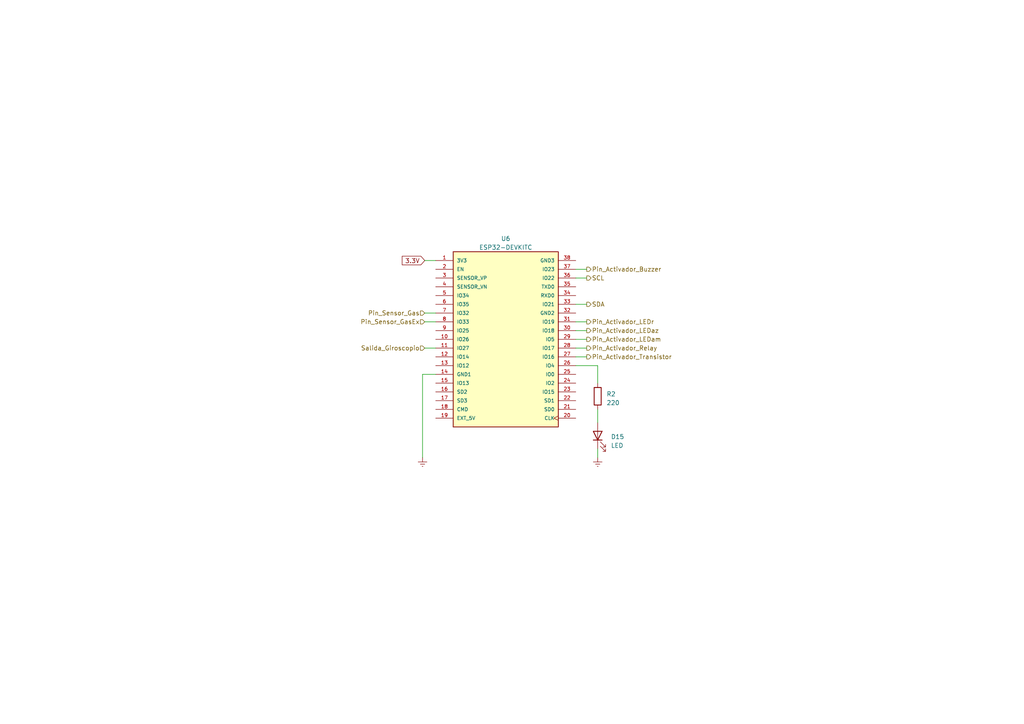
<source format=kicad_sch>
(kicad_sch (version 20230121) (generator eeschema)
  (paper "A4")
  (lib_symbols
    (symbol "Device:LED" (pin_numbers hide) (pin_names (offset 1.016) hide)
      (property "Reference" "D" (at 0 2.54 0))
      (property "Value" "LED" (at 0 -2.54 0))
      (symbol "LED_0_1"
        (polyline (pts (xy -1.27 -1.27) (xy -1.27 1.27)) (stroke (width 0.254)))
        (polyline (pts (xy -1.27 0) (xy 1.27 0)))
        (polyline (pts (xy 1.27 -1.27) (xy 1.27 1.27) (xy -1.27 0) (xy 1.27 -1.27)) (stroke (width 0.254)))
        (polyline (pts (xy -3.048 -0.762) (xy -4.572 -2.286) (xy -3.81 -2.286) (xy -4.572 -2.286) (xy -4.572 -1.524)))
        (polyline (pts (xy -1.778 -0.762) (xy -3.302 -2.286) (xy -2.54 -2.286) (xy -3.302 -2.286) (xy -3.302 -1.524)))
      )
      (symbol "LED_1_1"
        (pin passive line (at -3.81 0 0) (length 2.54) (name "K") (number "1"))
        (pin passive line (at 3.81 0 180) (length 2.54) (name "A") (number "2"))
      )
    )
    (symbol "Device:R" (pin_numbers hide) (pin_names (offset 0))
      (property "Reference" "R" (at 2.032 0 90))
      (property "Value" "R" (at 0 0 90))
      (symbol "R_0_1"
        (rectangle (start -1.016 -2.54) (end 1.016 2.54) (stroke (width 0.254)))
      )
      (symbol "R_1_1"
        (pin passive line (at 0 3.81 270) (length 1.27) (name "~") (number "1"))
        (pin passive line (at 0 -3.81 90) (length 1.27) (name "~") (number "2"))
      )
    )
    (symbol "ESP32-DEVKITC:ESP32-DEVKITC" (pin_names (offset 1.016))
      (property "Reference" "U" (at -15.2572 26.0643 0))
      (property "Value" "ESP32-DEVKITC" (at -15.2563 -27.9698 0))
      (symbol "ESP32-DEVKITC_0_0"
        (rectangle (start -15.24 -25.4) (end 15.24 25.4) (stroke (width 0.254)) (fill (type background)))
        (pin power_in line (at -20.32 22.86 0) (length 5.08) (name "3V3") (number "1"))
        (pin bidirectional line (at -20.32 0 0) (length 5.08) (name "IO26") (number "10"))
        (pin bidirectional line (at -20.32 -2.54 0) (length 5.08) (name "IO27") (number "11"))
        (pin bidirectional line (at -20.32 -5.08 0) (length 5.08) (name "IO14") (number "12"))
        (pin bidirectional line (at -20.32 -7.62 0) (length 5.08) (name "IO12") (number "13"))
        (pin power_in line (at -20.32 -10.16 0) (length 5.08) (name "GND1") (number "14"))
        (pin bidirectional line (at -20.32 -12.7 0) (length 5.08) (name "IO13") (number "15"))
        (pin bidirectional line (at -20.32 -15.24 0) (length 5.08) (name "SD2") (number "16"))
        (pin bidirectional line (at -20.32 -17.78 0) (length 5.08) (name "SD3") (number "17"))
        (pin bidirectional line (at -20.32 -20.32 0) (length 5.08) (name "CMD") (number "18"))
        (pin power_in line (at -20.32 -22.86 0) (length 5.08) (name "EXT_5V") (number "19"))
        (pin input line (at -20.32 20.32 0) (length 5.08) (name "EN") (number "2"))
        (pin input clock (at 20.32 -22.86 180) (length 5.08) (name "CLK") (number "20"))
        (pin bidirectional line (at 20.32 -20.32 180) (length 5.08) (name "SD0") (number "21"))
        (pin bidirectional line (at 20.32 -17.78 180) (length 5.08) (name "SD1") (number "22"))
        (pin bidirectional line (at 20.32 -15.24 180) (length 5.08) (name "IO15") (number "23"))
        (pin bidirectional line (at 20.32 -12.7 180) (length 5.08) (name "IO2") (number "24"))
        (pin bidirectional line (at 20.32 -10.16 180) (length 5.08) (name "IO0") (number "25"))
        (pin bidirectional line (at 20.32 -7.62 180) (length 5.08) (name "IO4") (number "26"))
        (pin bidirectional line (at 20.32 -5.08 180) (length 5.08) (name "IO16") (number "27"))
        (pin bidirectional line (at 20.32 -2.54 180) (length 5.08) (name "IO17") (number "28"))
        (pin bidirectional line (at 20.32 0 180) (length 5.08) (name "IO5") (number "29"))
        (pin input line (at -20.32 17.78 0) (length 5.08) (name "SENSOR_VP") (number "3"))
        (pin bidirectional line (at 20.32 2.54 180) (length 5.08) (name "IO18") (number "30"))
        (pin bidirectional line (at 20.32 5.08 180) (length 5.08) (name "IO19") (number "31"))
        (pin power_in line (at 20.32 7.62 180) (length 5.08) (name "GND2") (number "32"))
        (pin bidirectional line (at 20.32 10.16 180) (length 5.08) (name "IO21") (number "33"))
        (pin input line (at 20.32 12.7 180) (length 5.08) (name "RXD0") (number "34"))
        (pin output line (at 20.32 15.24 180) (length 5.08) (name "TXD0") (number "35"))
        (pin bidirectional line (at 20.32 17.78 180) (length 5.08) (name "IO22") (number "36"))
        (pin bidirectional line (at 20.32 20.32 180) (length 5.08) (name "IO23") (number "37"))
        (pin power_in line (at 20.32 22.86 180) (length 5.08) (name "GND3") (number "38"))
        (pin input line (at -20.32 15.24 0) (length 5.08) (name "SENSOR_VN") (number "4"))
        (pin bidirectional line (at -20.32 12.7 0) (length 5.08) (name "IO34") (number "5"))
        (pin bidirectional line (at -20.32 10.16 0) (length 5.08) (name "IO35") (number "6"))
        (pin bidirectional line (at -20.32 7.62 0) (length 5.08) (name "IO32") (number "7"))
        (pin bidirectional line (at -20.32 5.08 0) (length 5.08) (name "IO33") (number "8"))
        (pin bidirectional line (at -20.32 2.54 0) (length 5.08) (name "IO25") (number "9"))
      )
    )
    (symbol "power:Earth" (power) (pin_names (offset 0))
      (symbol "Earth_0_1"
        (polyline (pts (xy -0.635 -1.905) (xy 0.635 -1.905)))
        (polyline (pts (xy -0.127 -2.54) (xy 0.127 -2.54)))
        (polyline (pts (xy 0 -1.27) (xy 0 0)))
        (polyline (pts (xy 1.27 -1.27) (xy -1.27 -1.27)))
      )
      (symbol "Earth_1_1"
        (pin power_in line (at 0 0 270) (length 0) hide (name "Earth") (number "1"))
      )
    )
  )
  (wire (pts (xy 167.005 95.885) (xy 170.18 95.885)))
  (wire (pts (xy 167.005 80.645) (xy 170.18 80.645)))
  (wire (pts (xy 167.005 106.045) (xy 173.355 106.045)))
  (wire (pts (xy 123.19 100.965) (xy 126.365 100.965)))
  (wire (pts (xy 167.005 98.425) (xy 170.18 98.425)))
  (wire (pts (xy 167.005 88.265) (xy 170.18 88.265)))
  (wire (pts (xy 167.005 103.505) (xy 170.18 103.505)))
  (wire (pts (xy 173.355 106.045) (xy 173.355 111.125)))
  (wire (pts (xy 173.355 130.175) (xy 173.355 132.715)))
  (wire (pts (xy 122.555 108.585) (xy 122.555 132.715)))
  (wire (pts (xy 123.19 75.565) (xy 126.365 75.565)))
  (wire (pts (xy 123.19 90.805) (xy 126.365 90.805)))
  (wire (pts (xy 167.005 93.345) (xy 170.18 93.345)))
  (wire (pts (xy 167.005 78.105) (xy 170.18 78.105)))
  (wire (pts (xy 123.19 93.345) (xy 126.365 93.345)))
  (wire (pts (xy 173.355 118.745) (xy 173.355 122.555)))
  (wire (pts (xy 167.005 100.965) (xy 170.18 100.965)))
  (wire (pts (xy 126.365 108.585) (xy 122.555 108.585)))
  (global_label "3.3V" (shape input) (at 123.19 75.565 180) (property "Intersheetrefs" "${INTERSHEET_REFS}" (effects hide)))
  (hierarchical_label "Pin_Sensor_GasEx" (shape input) (at 123.19 93.345 180))
  (hierarchical_label "Pin_Activador_Buzzer" (shape output) (at 170.18 78.105 0))
  (hierarchical_label "Pin_Activador_LEDr" (shape output) (at 170.18 93.345 0))
  (hierarchical_label "Pin_Activador_LEDam" (shape output) (at 170.18 98.425 0))
  (hierarchical_label "Salida_Giroscopio" (shape input) (at 123.19 100.965 180))
  (hierarchical_label "Pin_Activador_LEDaz" (shape output) (at 170.18 95.885 0))
  (hierarchical_label "Pin_Activador_Relay" (shape output) (at 170.18 100.965 0))
  (hierarchical_label "SCL" (shape output) (at 170.18 80.645 0))
  (hierarchical_label "SDA" (shape output) (at 170.18 88.265 0))
  (hierarchical_label "Pin_Sensor_Gas" (shape input) (at 123.19 90.805 180))
  (hierarchical_label "Pin_Activador_Transistor" (shape output) (at 170.18 103.505 0))
  (symbol (lib_id "ESP32-DEVKITC:ESP32-DEVKITC") (at 146.685 98.425 0) (unit 1)
    (property "Reference" "U6" (at 146.685 69.215 0))
    (property "Value" "ESP32-DEVKITC" (at 146.685 71.755 0))
    (property "Footprint" "ESP32-DEVKITC:MODULE_ESP32-DEVKITC" (effects hide))
    (property "PARTREV" "N/A" (effects hide))
    (property "STANDARD" "Manufacturer Recommendations" (effects hide))
    (property "MANUFACTURER" "ESPRESSIF" (effects hide))
  )
  (symbol (lib_id "power:Earth") (at 122.555 132.715 0) (unit 1)
    (property "Reference" "#PWR03" (effects hide))
    (property "Value" "Earth" (effects hide))
    (instances (project "KISS_V2" (path "" (reference "#PWR03") (unit 1)) (path "" (reference "#PWR011") (unit 1))))
  )
  (symbol (lib_id "power:Earth") (at 173.355 132.715 0) (unit 1)
    (property "Reference" "#PWR03" (effects hide))
    (property "Value" "Earth" (effects hide))
    (instances (project "KISS_V2" (path "" (reference "#PWR03") (unit 1)) (path "" (reference "#PWR010") (unit 1))))
  )
  (symbol (lib_id "Device:LED") (at 173.355 126.365 90) (unit 1)
    (property "Reference" "D15" (at 177.165 126.6824 90) (effects (justify right)))
    (property "Value" "LED" (at 177.165 129.2224 90) (effects (justify right)))
    (property "Footprint" "LED_SMD:LED_1206_3216Metric" (effects hide))
    (instances (project "KISS_V2" (path "" (reference "D15") (unit 1)) (path "" (reference "D19") (unit 1))) (project "driver" (path "" (reference "D?") (unit 1))))
  )
  (symbol (lib_id "Device:R") (at 173.355 114.935 0) (unit 1)
    (property "Reference" "R2" (at 175.895 114.3 0) (effects (justify left)))
    (property "Value" "220" (at 175.895 116.84 0) (effects (justify left)))
    (property "Footprint" "Resistor_SMD:R_0603_1608Metric" (effects hide))
    (instances (project "KISS_V2" (path "" (reference "R2") (unit 1)) (path "" (reference "R18") (unit 1)) (path "" (reference "R22") (unit 1))))
  )
)
</source>
